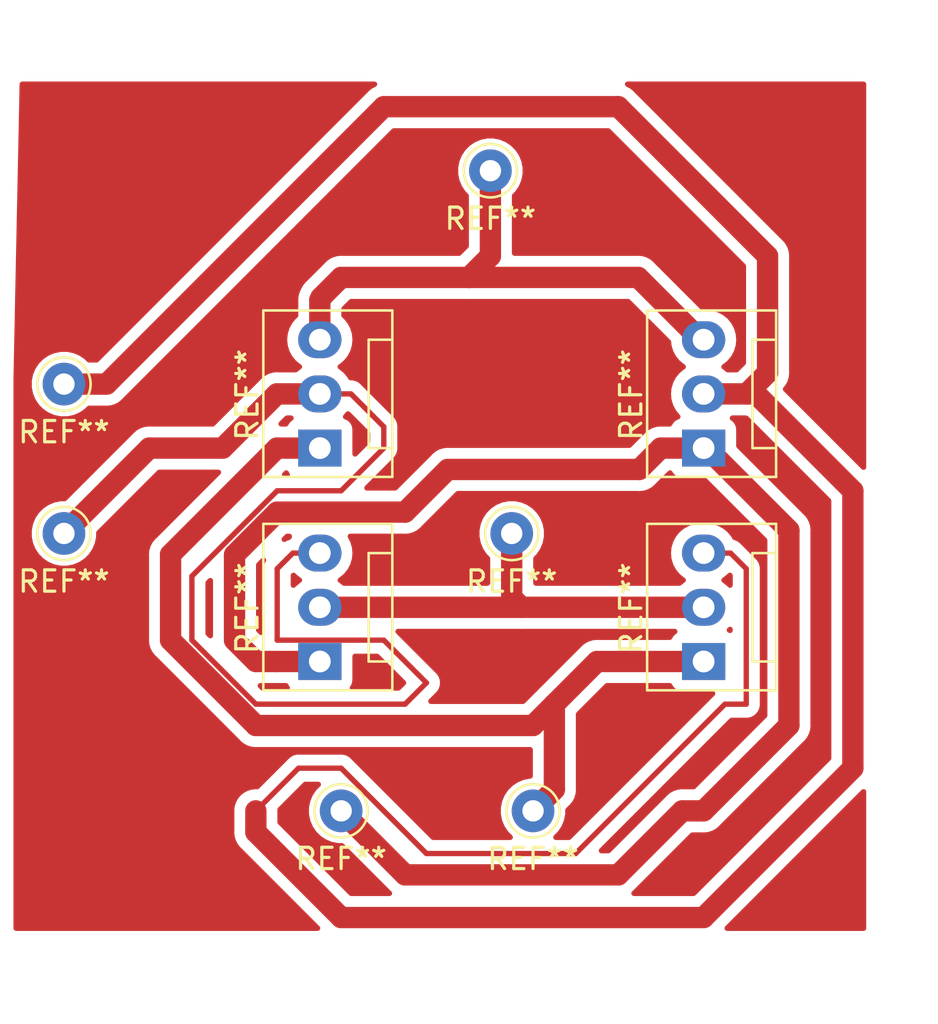
<source format=kicad_pcb>
(kicad_pcb (version 20171130) (host pcbnew "(5.1.4)-1")

  (general
    (thickness 1.6)
    (drawings 0)
    (tracks 84)
    (zones 0)
    (modules 10)
    (nets 1)
  )

  (page A4)
  (layers
    (0 F.Cu signal)
    (31 B.Cu signal)
    (32 B.Adhes user)
    (33 F.Adhes user)
    (34 B.Paste user)
    (35 F.Paste user)
    (36 B.SilkS user)
    (37 F.SilkS user)
    (38 B.Mask user)
    (39 F.Mask user)
    (40 Dwgs.User user)
    (41 Cmts.User user)
    (42 Eco1.User user)
    (43 Eco2.User user)
    (44 Edge.Cuts user)
    (45 Margin user)
    (46 B.CrtYd user)
    (47 F.CrtYd user)
    (48 B.Fab user)
    (49 F.Fab user)
  )

  (setup
    (last_trace_width 1)
    (user_trace_width 1)
    (trace_clearance 0.2)
    (zone_clearance 0.508)
    (zone_45_only no)
    (trace_min 0.2)
    (via_size 0.8)
    (via_drill 0.4)
    (via_min_size 0.4)
    (via_min_drill 0.3)
    (uvia_size 0.3)
    (uvia_drill 0.1)
    (uvias_allowed no)
    (uvia_min_size 0.2)
    (uvia_min_drill 0.1)
    (edge_width 0.05)
    (segment_width 0.2)
    (pcb_text_width 0.3)
    (pcb_text_size 1.5 1.5)
    (mod_edge_width 0.12)
    (mod_text_size 1 1)
    (mod_text_width 0.15)
    (pad_size 1.524 1.524)
    (pad_drill 0.762)
    (pad_to_mask_clearance 0.051)
    (solder_mask_min_width 0.25)
    (aux_axis_origin 0 0)
    (visible_elements FFFFFF7F)
    (pcbplotparams
      (layerselection 0x010fc_ffffffff)
      (usegerberextensions false)
      (usegerberattributes false)
      (usegerberadvancedattributes false)
      (creategerberjobfile false)
      (excludeedgelayer true)
      (linewidth 0.100000)
      (plotframeref false)
      (viasonmask false)
      (mode 1)
      (useauxorigin false)
      (hpglpennumber 1)
      (hpglpenspeed 20)
      (hpglpendiameter 15.000000)
      (psnegative false)
      (psa4output false)
      (plotreference true)
      (plotvalue true)
      (plotinvisibletext false)
      (padsonsilk false)
      (subtractmaskfromsilk false)
      (outputformat 1)
      (mirror false)
      (drillshape 1)
      (scaleselection 1)
      (outputdirectory ""))
  )

  (net 0 "")

  (net_class Default "Esta es la clase de red por defecto."
    (clearance 0.2)
    (trace_width 0.25)
    (via_dia 0.8)
    (via_drill 0.4)
    (uvia_dia 0.3)
    (uvia_drill 0.1)
  )

  (module Connector:FanPinHeader_1x03_P2.54mm_Vertical (layer F.Cu) (tedit 5A19DCDF) (tstamp 5DC0DB94)
    (at 159 96 90)
    (descr "3-pin CPU fan Through hole pin header, see http://www.formfactors.org/developer%5Cspecs%5Crev1_2_public.pdf")
    (tags "pin header 3-pin CPU fan")
    (fp_text reference REF** (at 2.5 -3.4 90) (layer F.SilkS)
      (effects (font (size 1 1) (thickness 0.15)))
    )
    (fp_text value FanPinHeader_1x03_P2.54mm_Vertical (at 2.55 4.5 90) (layer F.Fab)
      (effects (font (size 1 1) (thickness 0.15)))
    )
    (fp_line (start 6.85 -3.05) (end 6.85 3.8) (layer F.CrtYd) (width 0.05))
    (fp_line (start 6.85 -3.05) (end -1.75 -3.05) (layer F.CrtYd) (width 0.05))
    (fp_line (start -1.75 3.8) (end 6.85 3.8) (layer F.CrtYd) (width 0.05))
    (fp_line (start -1.75 3.8) (end -1.75 -3.05) (layer F.CrtYd) (width 0.05))
    (fp_line (start 5.08 2.29) (end 5.08 3.3) (layer F.SilkS) (width 0.12))
    (fp_line (start 0 2.29) (end 5.08 2.29) (layer F.SilkS) (width 0.12))
    (fp_line (start 0 3.3) (end 0 2.29) (layer F.SilkS) (width 0.12))
    (fp_line (start 6.35 3.3) (end -1.25 3.3) (layer F.Fab) (width 0.1))
    (fp_line (start 6.35 -2.55) (end 6.35 3.3) (layer F.Fab) (width 0.1))
    (fp_line (start -1.25 -2.55) (end 6.35 -2.55) (layer F.Fab) (width 0.1))
    (fp_line (start -1.25 3.3) (end -1.25 -2.55) (layer F.Fab) (width 0.1))
    (fp_line (start 0 2.3) (end 0 3.3) (layer F.Fab) (width 0.1))
    (fp_line (start 5.05 2.3) (end 0 2.3) (layer F.Fab) (width 0.1))
    (fp_line (start 5.05 3.3) (end 5.05 2.3) (layer F.Fab) (width 0.1))
    (fp_line (start 6.45 3.4) (end -1.35 3.4) (layer F.SilkS) (width 0.12))
    (fp_line (start 6.45 -2.65) (end 6.45 3.4) (layer F.SilkS) (width 0.12))
    (fp_line (start -1.35 -2.65) (end 6.45 -2.65) (layer F.SilkS) (width 0.12))
    (fp_line (start -1.35 3.4) (end -1.35 -2.65) (layer F.SilkS) (width 0.12))
    (fp_text user %R (at 2.45 1.8 90) (layer F.Fab)
      (effects (font (size 1 1) (thickness 0.15)))
    )
    (pad 3 thru_hole oval (at 5.08 0 180) (size 2.03 1.73) (drill 1.02) (layers *.Cu *.Mask))
    (pad 2 thru_hole oval (at 2.54 0 180) (size 2.03 1.73) (drill 1.02) (layers *.Cu *.Mask))
    (pad 1 thru_hole rect (at 0 0 180) (size 2.03 1.73) (drill 1.02) (layers *.Cu *.Mask))
    (model ${KISYS3DMOD}/Connector.3dshapes/FanPinHeader_1x03_P2.54mm_Vertical.wrl
      (at (xyz 0 0 0))
      (scale (xyz 1 1 1))
      (rotate (xyz 0 0 0))
    )
  )

  (module Connector:FanPinHeader_1x03_P2.54mm_Vertical (layer F.Cu) (tedit 5A19DCDF) (tstamp 5DC0DB2F)
    (at 141 96 90)
    (descr "3-pin CPU fan Through hole pin header, see http://www.formfactors.org/developer%5Cspecs%5Crev1_2_public.pdf")
    (tags "pin header 3-pin CPU fan")
    (fp_text reference REF** (at 2.5 -3.4 90) (layer F.SilkS)
      (effects (font (size 1 1) (thickness 0.15)))
    )
    (fp_text value FanPinHeader_1x03_P2.54mm_Vertical (at 2.55 4.5 90) (layer F.Fab)
      (effects (font (size 1 1) (thickness 0.15)))
    )
    (fp_line (start 6.85 -3.05) (end 6.85 3.8) (layer F.CrtYd) (width 0.05))
    (fp_line (start 6.85 -3.05) (end -1.75 -3.05) (layer F.CrtYd) (width 0.05))
    (fp_line (start -1.75 3.8) (end 6.85 3.8) (layer F.CrtYd) (width 0.05))
    (fp_line (start -1.75 3.8) (end -1.75 -3.05) (layer F.CrtYd) (width 0.05))
    (fp_line (start 5.08 2.29) (end 5.08 3.3) (layer F.SilkS) (width 0.12))
    (fp_line (start 0 2.29) (end 5.08 2.29) (layer F.SilkS) (width 0.12))
    (fp_line (start 0 3.3) (end 0 2.29) (layer F.SilkS) (width 0.12))
    (fp_line (start 6.35 3.3) (end -1.25 3.3) (layer F.Fab) (width 0.1))
    (fp_line (start 6.35 -2.55) (end 6.35 3.3) (layer F.Fab) (width 0.1))
    (fp_line (start -1.25 -2.55) (end 6.35 -2.55) (layer F.Fab) (width 0.1))
    (fp_line (start -1.25 3.3) (end -1.25 -2.55) (layer F.Fab) (width 0.1))
    (fp_line (start 0 2.3) (end 0 3.3) (layer F.Fab) (width 0.1))
    (fp_line (start 5.05 2.3) (end 0 2.3) (layer F.Fab) (width 0.1))
    (fp_line (start 5.05 3.3) (end 5.05 2.3) (layer F.Fab) (width 0.1))
    (fp_line (start 6.45 3.4) (end -1.35 3.4) (layer F.SilkS) (width 0.12))
    (fp_line (start 6.45 -2.65) (end 6.45 3.4) (layer F.SilkS) (width 0.12))
    (fp_line (start -1.35 -2.65) (end 6.45 -2.65) (layer F.SilkS) (width 0.12))
    (fp_line (start -1.35 3.4) (end -1.35 -2.65) (layer F.SilkS) (width 0.12))
    (fp_text user %R (at 2.45 1.8 90) (layer F.Fab)
      (effects (font (size 1 1) (thickness 0.15)))
    )
    (pad 3 thru_hole oval (at 5.08 0 180) (size 2.03 1.73) (drill 1.02) (layers *.Cu *.Mask))
    (pad 2 thru_hole oval (at 2.54 0 180) (size 2.03 1.73) (drill 1.02) (layers *.Cu *.Mask))
    (pad 1 thru_hole rect (at 0 0 180) (size 2.03 1.73) (drill 1.02) (layers *.Cu *.Mask))
    (model ${KISYS3DMOD}/Connector.3dshapes/FanPinHeader_1x03_P2.54mm_Vertical.wrl
      (at (xyz 0 0 0))
      (scale (xyz 1 1 1))
      (rotate (xyz 0 0 0))
    )
  )

  (module Connector:FanPinHeader_1x03_P2.54mm_Vertical (layer F.Cu) (tedit 5A19DCDF) (tstamp 5DC0DACA)
    (at 159 86 90)
    (descr "3-pin CPU fan Through hole pin header, see http://www.formfactors.org/developer%5Cspecs%5Crev1_2_public.pdf")
    (tags "pin header 3-pin CPU fan")
    (fp_text reference REF** (at 2.5 -3.4 90) (layer F.SilkS)
      (effects (font (size 1 1) (thickness 0.15)))
    )
    (fp_text value FanPinHeader_1x03_P2.54mm_Vertical (at 2.55 4.5 90) (layer F.Fab)
      (effects (font (size 1 1) (thickness 0.15)))
    )
    (fp_line (start 6.85 -3.05) (end 6.85 3.8) (layer F.CrtYd) (width 0.05))
    (fp_line (start 6.85 -3.05) (end -1.75 -3.05) (layer F.CrtYd) (width 0.05))
    (fp_line (start -1.75 3.8) (end 6.85 3.8) (layer F.CrtYd) (width 0.05))
    (fp_line (start -1.75 3.8) (end -1.75 -3.05) (layer F.CrtYd) (width 0.05))
    (fp_line (start 5.08 2.29) (end 5.08 3.3) (layer F.SilkS) (width 0.12))
    (fp_line (start 0 2.29) (end 5.08 2.29) (layer F.SilkS) (width 0.12))
    (fp_line (start 0 3.3) (end 0 2.29) (layer F.SilkS) (width 0.12))
    (fp_line (start 6.35 3.3) (end -1.25 3.3) (layer F.Fab) (width 0.1))
    (fp_line (start 6.35 -2.55) (end 6.35 3.3) (layer F.Fab) (width 0.1))
    (fp_line (start -1.25 -2.55) (end 6.35 -2.55) (layer F.Fab) (width 0.1))
    (fp_line (start -1.25 3.3) (end -1.25 -2.55) (layer F.Fab) (width 0.1))
    (fp_line (start 0 2.3) (end 0 3.3) (layer F.Fab) (width 0.1))
    (fp_line (start 5.05 2.3) (end 0 2.3) (layer F.Fab) (width 0.1))
    (fp_line (start 5.05 3.3) (end 5.05 2.3) (layer F.Fab) (width 0.1))
    (fp_line (start 6.45 3.4) (end -1.35 3.4) (layer F.SilkS) (width 0.12))
    (fp_line (start 6.45 -2.65) (end 6.45 3.4) (layer F.SilkS) (width 0.12))
    (fp_line (start -1.35 -2.65) (end 6.45 -2.65) (layer F.SilkS) (width 0.12))
    (fp_line (start -1.35 3.4) (end -1.35 -2.65) (layer F.SilkS) (width 0.12))
    (fp_text user %R (at 2.45 1.8 90) (layer F.Fab)
      (effects (font (size 1 1) (thickness 0.15)))
    )
    (pad 3 thru_hole oval (at 5.08 0 180) (size 2.03 1.73) (drill 1.02) (layers *.Cu *.Mask))
    (pad 2 thru_hole oval (at 2.54 0 180) (size 2.03 1.73) (drill 1.02) (layers *.Cu *.Mask))
    (pad 1 thru_hole rect (at 0 0 180) (size 2.03 1.73) (drill 1.02) (layers *.Cu *.Mask))
    (model ${KISYS3DMOD}/Connector.3dshapes/FanPinHeader_1x03_P2.54mm_Vertical.wrl
      (at (xyz 0 0 0))
      (scale (xyz 1 1 1))
      (rotate (xyz 0 0 0))
    )
  )

  (module Connector:FanPinHeader_1x03_P2.54mm_Vertical (layer F.Cu) (tedit 5A19DCDF) (tstamp 5DC0DA65)
    (at 141 86 90)
    (descr "3-pin CPU fan Through hole pin header, see http://www.formfactors.org/developer%5Cspecs%5Crev1_2_public.pdf")
    (tags "pin header 3-pin CPU fan")
    (fp_text reference REF** (at 2.5 -3.4 90) (layer F.SilkS)
      (effects (font (size 1 1) (thickness 0.15)))
    )
    (fp_text value FanPinHeader_1x03_P2.54mm_Vertical (at 2.55 4.5 90) (layer F.Fab)
      (effects (font (size 1 1) (thickness 0.15)))
    )
    (fp_line (start 6.85 -3.05) (end 6.85 3.8) (layer F.CrtYd) (width 0.05))
    (fp_line (start 6.85 -3.05) (end -1.75 -3.05) (layer F.CrtYd) (width 0.05))
    (fp_line (start -1.75 3.8) (end 6.85 3.8) (layer F.CrtYd) (width 0.05))
    (fp_line (start -1.75 3.8) (end -1.75 -3.05) (layer F.CrtYd) (width 0.05))
    (fp_line (start 5.08 2.29) (end 5.08 3.3) (layer F.SilkS) (width 0.12))
    (fp_line (start 0 2.29) (end 5.08 2.29) (layer F.SilkS) (width 0.12))
    (fp_line (start 0 3.3) (end 0 2.29) (layer F.SilkS) (width 0.12))
    (fp_line (start 6.35 3.3) (end -1.25 3.3) (layer F.Fab) (width 0.1))
    (fp_line (start 6.35 -2.55) (end 6.35 3.3) (layer F.Fab) (width 0.1))
    (fp_line (start -1.25 -2.55) (end 6.35 -2.55) (layer F.Fab) (width 0.1))
    (fp_line (start -1.25 3.3) (end -1.25 -2.55) (layer F.Fab) (width 0.1))
    (fp_line (start 0 2.3) (end 0 3.3) (layer F.Fab) (width 0.1))
    (fp_line (start 5.05 2.3) (end 0 2.3) (layer F.Fab) (width 0.1))
    (fp_line (start 5.05 3.3) (end 5.05 2.3) (layer F.Fab) (width 0.1))
    (fp_line (start 6.45 3.4) (end -1.35 3.4) (layer F.SilkS) (width 0.12))
    (fp_line (start 6.45 -2.65) (end 6.45 3.4) (layer F.SilkS) (width 0.12))
    (fp_line (start -1.35 -2.65) (end 6.45 -2.65) (layer F.SilkS) (width 0.12))
    (fp_line (start -1.35 3.4) (end -1.35 -2.65) (layer F.SilkS) (width 0.12))
    (fp_text user %R (at 2.45 1.8 90) (layer F.Fab)
      (effects (font (size 1 1) (thickness 0.15)))
    )
    (pad 3 thru_hole oval (at 5.08 0 180) (size 2.03 1.73) (drill 1.02) (layers *.Cu *.Mask))
    (pad 2 thru_hole oval (at 2.54 0 180) (size 2.03 1.73) (drill 1.02) (layers *.Cu *.Mask))
    (pad 1 thru_hole rect (at 0 0 180) (size 2.03 1.73) (drill 1.02) (layers *.Cu *.Mask))
    (model ${KISYS3DMOD}/Connector.3dshapes/FanPinHeader_1x03_P2.54mm_Vertical.wrl
      (at (xyz 0 0 0))
      (scale (xyz 1 1 1))
      (rotate (xyz 0 0 0))
    )
  )

  (module Connector_Pin:Pin_D1.0mm_L10.0mm (layer F.Cu) (tedit 5A1DC084) (tstamp 5DC02E4E)
    (at 151 103)
    (descr "solder Pin_ diameter 1.0mm, hole diameter 1.0mm (press fit), length 10.0mm")
    (tags "solder Pin_ press fit")
    (fp_text reference REF** (at 0 2.25) (layer F.SilkS)
      (effects (font (size 1 1) (thickness 0.15)))
    )
    (fp_text value relevador (at 0 -2.05) (layer F.Fab)
      (effects (font (size 1 1) (thickness 0.15)))
    )
    (fp_circle (center 0 0) (end 1.25 0.05) (layer F.SilkS) (width 0.12))
    (fp_circle (center 0 0) (end 1 0) (layer F.Fab) (width 0.12))
    (fp_circle (center 0 0) (end 0.5 0) (layer F.Fab) (width 0.12))
    (fp_circle (center 0 0) (end 1.5 0) (layer F.CrtYd) (width 0.05))
    (fp_text user %R (at 0 2.25) (layer F.Fab)
      (effects (font (size 1 1) (thickness 0.15)))
    )
    (pad 1 thru_hole circle (at 0 0) (size 2 2) (drill 1) (layers *.Cu *.Mask))
    (model ${KISYS3DMOD}/Connector_Pin.3dshapes/Pin_D1.0mm_L10.0mm.wrl
      (at (xyz 0 0 0))
      (scale (xyz 1 1 1))
      (rotate (xyz 0 0 0))
    )
  )

  (module Connector_Pin:Pin_D1.0mm_L10.0mm (layer F.Cu) (tedit 5A1DC084) (tstamp 5DC02E29)
    (at 142 103)
    (descr "solder Pin_ diameter 1.0mm, hole diameter 1.0mm (press fit), length 10.0mm")
    (tags "solder Pin_ press fit")
    (fp_text reference REF** (at 0 2.25) (layer F.SilkS)
      (effects (font (size 1 1) (thickness 0.15)))
    )
    (fp_text value relevador (at 0 -2.05) (layer F.Fab)
      (effects (font (size 1 1) (thickness 0.15)))
    )
    (fp_circle (center 0 0) (end 1.25 0.05) (layer F.SilkS) (width 0.12))
    (fp_circle (center 0 0) (end 1 0) (layer F.Fab) (width 0.12))
    (fp_circle (center 0 0) (end 0.5 0) (layer F.Fab) (width 0.12))
    (fp_circle (center 0 0) (end 1.5 0) (layer F.CrtYd) (width 0.05))
    (fp_text user %R (at 0 2.25) (layer F.Fab)
      (effects (font (size 1 1) (thickness 0.15)))
    )
    (pad 1 thru_hole circle (at 0 0) (size 2 2) (drill 1) (layers *.Cu *.Mask))
    (model ${KISYS3DMOD}/Connector_Pin.3dshapes/Pin_D1.0mm_L10.0mm.wrl
      (at (xyz 0 0 0))
      (scale (xyz 1 1 1))
      (rotate (xyz 0 0 0))
    )
  )

  (module Connector_Pin:Pin_D1.0mm_L10.0mm (layer F.Cu) (tedit 5A1DC084) (tstamp 5DC02E04)
    (at 149 73)
    (descr "solder Pin_ diameter 1.0mm, hole diameter 1.0mm (press fit), length 10.0mm")
    (tags "solder Pin_ press fit")
    (fp_text reference REF** (at 0 2.25) (layer F.SilkS)
      (effects (font (size 1 1) (thickness 0.15)))
    )
    (fp_text value "positivo fuente" (at 0 -2.05) (layer F.Fab)
      (effects (font (size 1 1) (thickness 0.15)))
    )
    (fp_circle (center 0 0) (end 1.25 0.05) (layer F.SilkS) (width 0.12))
    (fp_circle (center 0 0) (end 1 0) (layer F.Fab) (width 0.12))
    (fp_circle (center 0 0) (end 0.5 0) (layer F.Fab) (width 0.12))
    (fp_circle (center 0 0) (end 1.5 0) (layer F.CrtYd) (width 0.05))
    (fp_text user %R (at 0 2.25) (layer F.Fab)
      (effects (font (size 1 1) (thickness 0.15)))
    )
    (pad 1 thru_hole circle (at 0 0) (size 2 2) (drill 1) (layers *.Cu *.Mask))
    (model ${KISYS3DMOD}/Connector_Pin.3dshapes/Pin_D1.0mm_L10.0mm.wrl
      (at (xyz 0 0 0))
      (scale (xyz 1 1 1))
      (rotate (xyz 0 0 0))
    )
  )

  (module Connector_Pin:Pin_D1.0mm_L10.0mm (layer F.Cu) (tedit 5A1DC084) (tstamp 5DC02DDF)
    (at 150 90)
    (descr "solder Pin_ diameter 1.0mm, hole diameter 1.0mm (press fit), length 10.0mm")
    (tags "solder Pin_ press fit")
    (fp_text reference REF** (at 0 2.25) (layer F.SilkS)
      (effects (font (size 1 1) (thickness 0.15)))
    )
    (fp_text value "negativo fuente" (at 0 -2.05) (layer F.Fab)
      (effects (font (size 1 1) (thickness 0.15)))
    )
    (fp_circle (center 0 0) (end 1.25 0.05) (layer F.SilkS) (width 0.12))
    (fp_circle (center 0 0) (end 1 0) (layer F.Fab) (width 0.12))
    (fp_circle (center 0 0) (end 0.5 0) (layer F.Fab) (width 0.12))
    (fp_circle (center 0 0) (end 1.5 0) (layer F.CrtYd) (width 0.05))
    (fp_text user %R (at 0 2.25) (layer F.Fab)
      (effects (font (size 1 1) (thickness 0.15)))
    )
    (pad 1 thru_hole circle (at 0 0) (size 2 2) (drill 1) (layers *.Cu *.Mask))
    (model ${KISYS3DMOD}/Connector_Pin.3dshapes/Pin_D1.0mm_L10.0mm.wrl
      (at (xyz 0 0 0))
      (scale (xyz 1 1 1))
      (rotate (xyz 0 0 0))
    )
  )

  (module Connector_Pin:Pin_D1.0mm_L10.0mm (layer F.Cu) (tedit 5A1DC084) (tstamp 5DC02C34)
    (at 129 90)
    (descr "solder Pin_ diameter 1.0mm, hole diameter 1.0mm (press fit), length 10.0mm")
    (tags "solder Pin_ press fit")
    (fp_text reference REF** (at 0 2.25) (layer F.SilkS)
      (effects (font (size 1 1) (thickness 0.15)))
    )
    (fp_text value motor (at 0 -2.05) (layer F.Fab)
      (effects (font (size 1 1) (thickness 0.15)))
    )
    (fp_circle (center 0 0) (end 1.25 0.05) (layer F.SilkS) (width 0.12))
    (fp_circle (center 0 0) (end 1 0) (layer F.Fab) (width 0.12))
    (fp_circle (center 0 0) (end 0.5 0) (layer F.Fab) (width 0.12))
    (fp_circle (center 0 0) (end 1.5 0) (layer F.CrtYd) (width 0.05))
    (fp_text user %R (at 0 2.25) (layer F.Fab)
      (effects (font (size 1 1) (thickness 0.15)))
    )
    (pad 1 thru_hole circle (at 0 0) (size 2 2) (drill 1) (layers *.Cu *.Mask))
    (model ${KISYS3DMOD}/Connector_Pin.3dshapes/Pin_D1.0mm_L10.0mm.wrl
      (at (xyz 0 0 0))
      (scale (xyz 1 1 1))
      (rotate (xyz 0 0 0))
    )
  )

  (module Connector_Pin:Pin_D1.0mm_L10.0mm (layer F.Cu) (tedit 5A1DC084) (tstamp 5DC02C0F)
    (at 129 83)
    (descr "solder Pin_ diameter 1.0mm, hole diameter 1.0mm (press fit), length 10.0mm")
    (tags "solder Pin_ press fit")
    (fp_text reference REF** (at 0 2.25) (layer F.SilkS)
      (effects (font (size 1 1) (thickness 0.15)))
    )
    (fp_text value motor (at 0 -2.05) (layer F.Fab)
      (effects (font (size 1 1) (thickness 0.15)))
    )
    (fp_circle (center 0 0) (end 1.25 0.05) (layer F.SilkS) (width 0.12))
    (fp_circle (center 0 0) (end 1 0) (layer F.Fab) (width 0.12))
    (fp_circle (center 0 0) (end 0.5 0) (layer F.Fab) (width 0.12))
    (fp_circle (center 0 0) (end 1.5 0) (layer F.CrtYd) (width 0.05))
    (fp_text user %R (at 0 2.25) (layer F.Fab)
      (effects (font (size 1 1) (thickness 0.15)))
    )
    (pad 1 thru_hole circle (at 0 0) (size 2 2) (drill 1) (layers *.Cu *.Mask))
    (model ${KISYS3DMOD}/Connector_Pin.3dshapes/Pin_D1.0mm_L10.0mm.wrl
      (at (xyz 0 0 0))
      (scale (xyz 1 1 1))
      (rotate (xyz 0 0 0))
    )
  )

  (segment (start 141 80.92) (end 141 79.055) (width 1) (layer F.Cu) (net 0))
  (segment (start 141 79.055) (end 141.055 79) (width 1) (layer F.Cu) (net 0))
  (segment (start 141.055 79) (end 141.055 78.945) (width 1) (layer F.Cu) (net 0))
  (segment (start 158.85 80.92) (end 159 80.92) (width 1) (layer F.Cu) (net 0))
  (segment (start 141.055 78.945) (end 142 78) (width 1) (layer F.Cu) (net 0))
  (segment (start 155.93 78) (end 158.85 80.92) (width 1) (layer F.Cu) (net 0))
  (segment (start 138.985 86) (end 134 90.985) (width 1) (layer F.Cu) (net 0))
  (segment (start 141 86) (end 138.985 86) (width 1) (layer F.Cu) (net 0))
  (segment (start 134 90.985) (end 134 95) (width 1) (layer F.Cu) (net 0))
  (segment (start 134 95) (end 138 99) (width 1) (layer F.Cu) (net 0))
  (segment (start 138 99) (end 151 99) (width 1) (layer F.Cu) (net 0))
  (segment (start 154 96) (end 159 96) (width 1) (layer F.Cu) (net 0))
  (segment (start 149 77) (end 148 78) (width 1) (layer F.Cu) (net 0))
  (segment (start 149 73) (end 149 77) (width 1) (layer F.Cu) (net 0))
  (segment (start 142 78) (end 148 78) (width 1) (layer F.Cu) (net 0))
  (segment (start 148 78) (end 155.93 78) (width 1) (layer F.Cu) (net 0))
  (segment (start 150 90) (end 150 93) (width 1) (layer F.Cu) (net 0))
  (segment (start 150 93) (end 150.46 93.46) (width 1) (layer F.Cu) (net 0))
  (segment (start 141 93.46) (end 150.46 93.46) (width 1) (layer F.Cu) (net 0))
  (segment (start 150.46 93.46) (end 159 93.46) (width 1) (layer F.Cu) (net 0))
  (segment (start 151.999999 102.000001) (end 151 103) (width 1) (layer F.Cu) (net 0))
  (segment (start 152 98) (end 151.999999 102.000001) (width 1) (layer F.Cu) (net 0))
  (segment (start 152 98) (end 154 96) (width 1) (layer F.Cu) (net 0))
  (segment (start 151 99) (end 152 98) (width 1) (layer F.Cu) (net 0))
  (segment (start 138.985 96) (end 141 96) (width 1) (layer F.Cu) (net 0))
  (segment (start 138 96) (end 138.985 96) (width 1) (layer F.Cu) (net 0))
  (segment (start 137 95) (end 138 96) (width 1) (layer F.Cu) (net 0))
  (segment (start 137 91) (end 137 95) (width 1) (layer F.Cu) (net 0))
  (segment (start 156.985 86) (end 155.985 87) (width 1) (layer F.Cu) (net 0))
  (segment (start 159 86) (end 156.985 86) (width 1) (layer F.Cu) (net 0))
  (segment (start 155.985 87) (end 147 87) (width 1) (layer F.Cu) (net 0))
  (segment (start 147 87) (end 145 89) (width 1) (layer F.Cu) (net 0))
  (segment (start 145 89) (end 139 89) (width 1) (layer F.Cu) (net 0))
  (segment (start 139 89) (end 137 91) (width 1) (layer F.Cu) (net 0))
  (segment (start 159.15 86) (end 163 89.85) (width 1) (layer F.Cu) (net 0))
  (segment (start 159 86) (end 159.15 86) (width 1) (layer F.Cu) (net 0))
  (segment (start 163 89.85) (end 163 99) (width 1) (layer F.Cu) (net 0))
  (segment (start 163 99) (end 159 103) (width 1) (layer F.Cu) (net 0))
  (segment (start 159 103) (end 158 103) (width 1) (layer F.Cu) (net 0))
  (segment (start 158 103) (end 155 106) (width 1) (layer F.Cu) (net 0))
  (segment (start 145 106) (end 142 103) (width 1) (layer F.Cu) (net 0))
  (segment (start 155 106) (end 145 106) (width 1) (layer F.Cu) (net 0))
  (segment (start 138.985 83.46) (end 136.445 86) (width 1) (layer F.Cu) (net 0))
  (segment (start 141 83.46) (end 138.985 83.46) (width 1) (layer F.Cu) (net 0))
  (segment (start 133 86) (end 129 90) (width 1) (layer F.Cu) (net 0))
  (segment (start 136.445 86) (end 133 86) (width 1) (layer F.Cu) (net 0))
  (segment (start 131 83) (end 129 83) (width 1) (layer F.Cu) (net 0))
  (segment (start 161.015 83.46) (end 162 82.475) (width 1) (layer F.Cu) (net 0))
  (segment (start 159 83.46) (end 161.015 83.46) (width 1) (layer F.Cu) (net 0))
  (segment (start 162 82.475) (end 162 77) (width 1) (layer F.Cu) (net 0))
  (segment (start 162 77) (end 155 70) (width 1) (layer F.Cu) (net 0))
  (segment (start 155 70) (end 144 70) (width 1) (layer F.Cu) (net 0))
  (segment (start 144 70) (end 131 83) (width 1) (layer F.Cu) (net 0))
  (segment (start 142.46 83.46) (end 141 83.46) (width 0.25) (layer F.Cu) (net 0))
  (segment (start 144 85) (end 142.46 83.46) (width 0.25) (layer F.Cu) (net 0))
  (segment (start 139 88) (end 142 88) (width 0.25) (layer F.Cu) (net 0))
  (segment (start 135 92) (end 139 88) (width 0.25) (layer F.Cu) (net 0))
  (segment (start 135 95) (end 135 92) (width 0.25) (layer F.Cu) (net 0))
  (segment (start 138 98) (end 135 95) (width 0.25) (layer F.Cu) (net 0))
  (segment (start 145 98) (end 138 98) (width 0.25) (layer F.Cu) (net 0))
  (segment (start 144 86) (end 144 85) (width 0.25) (layer F.Cu) (net 0))
  (segment (start 141 90.92) (end 139.735 90.92) (width 0.25) (layer F.Cu) (net 0))
  (segment (start 139 91.655) (end 139 95) (width 0.25) (layer F.Cu) (net 0))
  (segment (start 139.735 90.92) (end 139 91.655) (width 0.25) (layer F.Cu) (net 0))
  (segment (start 139 95) (end 144 95) (width 0.25) (layer F.Cu) (net 0))
  (segment (start 144 95) (end 146 97) (width 0.25) (layer F.Cu) (net 0))
  (segment (start 142 88) (end 144 86) (width 0.25) (layer F.Cu) (net 0))
  (segment (start 146 97) (end 145 98) (width 0.25) (layer F.Cu) (net 0))
  (segment (start 160.265 90.92) (end 161 91.655) (width 0.25) (layer F.Cu) (net 0))
  (segment (start 159 90.92) (end 160.265 90.92) (width 0.25) (layer F.Cu) (net 0))
  (segment (start 161 91.655) (end 161 98) (width 0.25) (layer F.Cu) (net 0))
  (segment (start 161 98) (end 160 98) (width 0.25) (layer F.Cu) (net 0))
  (segment (start 160 98) (end 153 105) (width 0.25) (layer F.Cu) (net 0))
  (segment (start 153 105) (end 146 105) (width 0.25) (layer F.Cu) (net 0))
  (segment (start 146 105) (end 142 101) (width 0.25) (layer F.Cu) (net 0))
  (segment (start 142 101) (end 140 101) (width 0.25) (layer F.Cu) (net 0))
  (segment (start 140 101) (end 138 103) (width 0.25) (layer F.Cu) (net 0))
  (segment (start 138 103) (end 138 104) (width 1) (layer F.Cu) (net 0))
  (segment (start 138 104) (end 142 108) (width 1) (layer F.Cu) (net 0))
  (segment (start 142 108) (end 159 108) (width 1) (layer F.Cu) (net 0))
  (segment (start 159 108) (end 166 101) (width 1) (layer F.Cu) (net 0))
  (segment (start 166 101) (end 166 88) (width 1) (layer F.Cu) (net 0))
  (segment (start 161.46 83.46) (end 161.015 83.46) (width 1) (layer F.Cu) (net 0))
  (segment (start 166 88) (end 161.46 83.46) (width 1) (layer F.Cu) (net 0))

  (zone (net 0) (net_name "") (layer F.Cu) (tstamp 0) (hatch edge 0.508)
    (connect_pads (clearance 0.508))
    (min_thickness 0.254)
    (fill yes (arc_segments 32) (thermal_gap 0.508) (thermal_bridge_width 0.508))
    (polygon
      (pts
        (xy 127 65) (xy 170 65) (xy 169 113) (xy 126 113)
      )
    )
    (filled_polygon
      (pts
        (xy 127.044809 68.946428) (xy 143.563358 68.946428) (xy 143.366377 69.051716) (xy 143.193551 69.193551) (xy 143.158009 69.236859)
        (xy 130.529869 81.865) (xy 130.177239 81.865) (xy 130.042252 81.730013) (xy 129.774463 81.551082) (xy 129.476912 81.427832)
        (xy 129.161033 81.365) (xy 128.838967 81.365) (xy 128.523088 81.427832) (xy 128.225537 81.551082) (xy 127.957748 81.730013)
        (xy 127.730013 81.957748) (xy 127.551082 82.225537) (xy 127.427832 82.523088) (xy 127.365 82.838967) (xy 127.365 83.161033)
        (xy 127.427832 83.476912) (xy 127.551082 83.774463) (xy 127.730013 84.042252) (xy 127.957748 84.269987) (xy 128.225537 84.448918)
        (xy 128.523088 84.572168) (xy 128.838967 84.635) (xy 129.161033 84.635) (xy 129.476912 84.572168) (xy 129.774463 84.448918)
        (xy 130.042252 84.269987) (xy 130.177239 84.135) (xy 130.944249 84.135) (xy 131 84.140491) (xy 131.055751 84.135)
        (xy 131.055752 84.135) (xy 131.222499 84.118577) (xy 131.436447 84.053676) (xy 131.633623 83.948284) (xy 131.806449 83.806449)
        (xy 131.841996 83.763135) (xy 144.470132 71.135) (xy 154.529869 71.135) (xy 160.865001 77.470133) (xy 160.865 82.004868)
        (xy 160.544869 82.325) (xy 160.131461 82.325) (xy 159.987387 82.206762) (xy 159.956028 82.19) (xy 159.987387 82.173238)
        (xy 160.215792 81.985792) (xy 160.403238 81.757387) (xy 160.542524 81.496802) (xy 160.628295 81.214051) (xy 160.657257 80.92)
        (xy 160.628295 80.625949) (xy 160.542524 80.343198) (xy 160.403238 80.082613) (xy 160.215792 79.854208) (xy 159.987387 79.666762)
        (xy 159.726802 79.527476) (xy 159.444051 79.441705) (xy 159.22368 79.42) (xy 158.955133 79.42) (xy 156.771996 77.236865)
        (xy 156.736449 77.193551) (xy 156.563623 77.051716) (xy 156.366447 76.946324) (xy 156.152499 76.881423) (xy 155.985752 76.865)
        (xy 155.985751 76.865) (xy 155.93 76.859509) (xy 155.874249 76.865) (xy 150.135 76.865) (xy 150.135 74.177239)
        (xy 150.269987 74.042252) (xy 150.448918 73.774463) (xy 150.572168 73.476912) (xy 150.635 73.161033) (xy 150.635 72.838967)
        (xy 150.572168 72.523088) (xy 150.448918 72.225537) (xy 150.269987 71.957748) (xy 150.042252 71.730013) (xy 149.774463 71.551082)
        (xy 149.476912 71.427832) (xy 149.161033 71.365) (xy 148.838967 71.365) (xy 148.523088 71.427832) (xy 148.225537 71.551082)
        (xy 147.957748 71.730013) (xy 147.730013 71.957748) (xy 147.551082 72.225537) (xy 147.427832 72.523088) (xy 147.365 72.838967)
        (xy 147.365 73.161033) (xy 147.427832 73.476912) (xy 147.551082 73.774463) (xy 147.730013 74.042252) (xy 147.865 74.177239)
        (xy 147.865001 76.529867) (xy 147.529868 76.865) (xy 142.055752 76.865) (xy 142 76.859509) (xy 141.944248 76.865)
        (xy 141.777501 76.881423) (xy 141.563553 76.946324) (xy 141.366377 77.051716) (xy 141.193551 77.193551) (xy 141.158011 77.236857)
        (xy 140.291863 78.103006) (xy 140.248551 78.138551) (xy 140.106716 78.311377) (xy 140.001324 78.508553) (xy 139.996341 78.524978)
        (xy 139.946324 78.618554) (xy 139.881423 78.832502) (xy 139.859509 79.055) (xy 139.865001 79.110761) (xy 139.865001 79.787904)
        (xy 139.784208 79.854208) (xy 139.596762 80.082613) (xy 139.457476 80.343198) (xy 139.371705 80.625949) (xy 139.342743 80.92)
        (xy 139.371705 81.214051) (xy 139.457476 81.496802) (xy 139.596762 81.757387) (xy 139.784208 81.985792) (xy 140.012613 82.173238)
        (xy 140.043972 82.19) (xy 140.012613 82.206762) (xy 139.868539 82.325) (xy 139.040741 82.325) (xy 138.984999 82.31951)
        (xy 138.929257 82.325) (xy 138.929248 82.325) (xy 138.762501 82.341423) (xy 138.548553 82.406324) (xy 138.351377 82.511716)
        (xy 138.178551 82.653551) (xy 138.143011 82.696857) (xy 135.974869 84.865) (xy 133.055741 84.865) (xy 132.999999 84.85951)
        (xy 132.944257 84.865) (xy 132.944248 84.865) (xy 132.777501 84.881423) (xy 132.563553 84.946324) (xy 132.366377 85.051716)
        (xy 132.193551 85.193551) (xy 132.158011 85.236857) (xy 129.029869 88.365) (xy 128.838967 88.365) (xy 128.523088 88.427832)
        (xy 128.225537 88.551082) (xy 127.957748 88.730013) (xy 127.730013 88.957748) (xy 127.551082 89.225537) (xy 127.427832 89.523088)
        (xy 127.365 89.838967) (xy 127.365 90.161033) (xy 127.427832 90.476912) (xy 127.551082 90.774463) (xy 127.730013 91.042252)
        (xy 127.957748 91.269987) (xy 128.225537 91.448918) (xy 128.523088 91.572168) (xy 128.838967 91.635) (xy 129.161033 91.635)
        (xy 129.476912 91.572168) (xy 129.774463 91.448918) (xy 130.042252 91.269987) (xy 130.269987 91.042252) (xy 130.448918 90.774463)
        (xy 130.572168 90.476912) (xy 130.635 90.161033) (xy 130.635 89.970131) (xy 133.470132 87.135) (xy 136.244868 87.135)
        (xy 133.236865 90.143004) (xy 133.193551 90.178551) (xy 133.051716 90.351377) (xy 132.974562 90.495724) (xy 132.946324 90.548554)
        (xy 132.881423 90.762502) (xy 132.859509 90.985) (xy 132.865 91.040752) (xy 132.865001 94.944239) (xy 132.859509 95)
        (xy 132.881423 95.222498) (xy 132.946324 95.436446) (xy 132.946325 95.436447) (xy 133.051717 95.633623) (xy 133.193552 95.806449)
        (xy 133.23686 95.841991) (xy 137.158009 99.763141) (xy 137.193551 99.806449) (xy 137.366377 99.948284) (xy 137.563553 100.053676)
        (xy 137.777501 100.118577) (xy 137.944248 100.135) (xy 137.944257 100.135) (xy 137.999999 100.14049) (xy 138.055741 100.135)
        (xy 150.865 100.135) (xy 150.864999 101.365) (xy 150.838967 101.365) (xy 150.523088 101.427832) (xy 150.225537 101.551082)
        (xy 149.957748 101.730013) (xy 149.730013 101.957748) (xy 149.551082 102.225537) (xy 149.427832 102.523088) (xy 149.365 102.838967)
        (xy 149.365 103.161033) (xy 149.427832 103.476912) (xy 149.551082 103.774463) (xy 149.730013 104.042252) (xy 149.927761 104.24)
        (xy 146.314802 104.24) (xy 142.563804 100.489003) (xy 142.540001 100.459999) (xy 142.424276 100.365026) (xy 142.292247 100.294454)
        (xy 142.148986 100.250997) (xy 142.037333 100.24) (xy 142.037322 100.24) (xy 142 100.236324) (xy 141.962678 100.24)
        (xy 140.037322 100.24) (xy 139.999999 100.236324) (xy 139.962676 100.24) (xy 139.962667 100.24) (xy 139.851014 100.250997)
        (xy 139.707753 100.294454) (xy 139.575723 100.365026) (xy 139.492083 100.433668) (xy 139.459999 100.459999) (xy 139.436201 100.488997)
        (xy 138.0598 101.865399) (xy 138 101.859509) (xy 137.777501 101.881423) (xy 137.563553 101.946324) (xy 137.366377 102.051716)
        (xy 137.193551 102.193551) (xy 137.051716 102.366377) (xy 136.946324 102.563554) (xy 136.881423 102.777502) (xy 136.865 102.944249)
        (xy 136.865 103.944249) (xy 136.859509 104) (xy 136.865 104.055751) (xy 136.865 104.055752) (xy 136.881423 104.222499)
        (xy 136.946324 104.436447) (xy 137.051717 104.633623) (xy 137.193552 104.806449) (xy 137.23686 104.841991) (xy 140.894869 108.500001)
        (xy 126.758334 108.500001) (xy 126.758334 82.697223)
      )
    )
    (filled_polygon
      (pts
        (xy 166.500001 108.500001) (xy 160.10513 108.500001) (xy 166.500001 102.105131)
      )
    )
    (filled_polygon
      (pts
        (xy 140.730013 101.957748) (xy 140.551082 102.225537) (xy 140.427832 102.523088) (xy 140.365 102.838967) (xy 140.365 103.161033)
        (xy 140.427832 103.476912) (xy 140.551082 103.774463) (xy 140.730013 104.042252) (xy 140.957748 104.269987) (xy 141.225537 104.448918)
        (xy 141.523088 104.572168) (xy 141.838967 104.635) (xy 142.029868 104.635) (xy 144.158013 106.763146) (xy 144.193551 106.806449)
        (xy 144.236854 106.841987) (xy 144.236856 106.841989) (xy 144.264895 106.865) (xy 142.470132 106.865) (xy 139.135 103.529869)
        (xy 139.135 102.944248) (xy 139.134601 102.9402) (xy 140.314802 101.76) (xy 140.927761 101.76)
      )
    )
    (filled_polygon
      (pts
        (xy 160.993214 84.598345) (xy 164.865001 88.470134) (xy 164.865 100.529868) (xy 158.529869 106.865) (xy 155.735105 106.865)
        (xy 155.806449 106.806449) (xy 155.841996 106.763135) (xy 158.470133 104.135) (xy 158.944249 104.135) (xy 159 104.140491)
        (xy 159.055751 104.135) (xy 159.055752 104.135) (xy 159.222499 104.118577) (xy 159.436447 104.053676) (xy 159.633623 103.948284)
        (xy 159.806449 103.806449) (xy 159.841996 103.763135) (xy 163.763141 99.841991) (xy 163.806449 99.806449) (xy 163.948284 99.633623)
        (xy 164.053676 99.436447) (xy 164.118577 99.222499) (xy 164.135 99.055752) (xy 164.135 99.055743) (xy 164.14049 99.000001)
        (xy 164.135 98.944259) (xy 164.135 89.905743) (xy 164.14049 89.849999) (xy 164.135 89.794255) (xy 164.135 89.794248)
        (xy 164.118577 89.627501) (xy 164.053676 89.413553) (xy 163.948284 89.216377) (xy 163.806449 89.043551) (xy 163.763141 89.008009)
        (xy 160.653072 85.897941) (xy 160.653072 85.135) (xy 160.640812 85.010518) (xy 160.604502 84.89082) (xy 160.545537 84.780506)
        (xy 160.466185 84.683815) (xy 160.369494 84.604463) (xy 160.35179 84.595) (xy 160.959249 84.595)
      )
    )
    (filled_polygon
      (pts
        (xy 157.454463 87.219494) (xy 157.533815 87.316185) (xy 157.630506 87.395537) (xy 157.74082 87.454502) (xy 157.860518 87.490812)
        (xy 157.985 87.503072) (xy 159.047941 87.503072) (xy 161.865 90.320132) (xy 161.865001 98.529867) (xy 158.529869 101.865)
        (xy 158.055752 101.865) (xy 158 101.859509) (xy 157.777501 101.881423) (xy 157.563553 101.946324) (xy 157.366377 102.051716)
        (xy 157.236856 102.158011) (xy 157.236855 102.158012) (xy 157.193551 102.193551) (xy 157.158013 102.236854) (xy 154.529869 104.865)
        (xy 154.209801 104.865) (xy 160.314802 98.76) (xy 160.962667 98.76) (xy 161 98.763677) (xy 161.148986 98.749003)
        (xy 161.292247 98.705546) (xy 161.424276 98.634974) (xy 161.540001 98.540001) (xy 161.634974 98.424276) (xy 161.705546 98.292247)
        (xy 161.749003 98.148986) (xy 161.76 98.037333) (xy 161.763677 98) (xy 161.76 97.962667) (xy 161.76 91.692323)
        (xy 161.763676 91.655) (xy 161.76 91.617677) (xy 161.76 91.617667) (xy 161.749003 91.506014) (xy 161.705546 91.362753)
        (xy 161.655961 91.269987) (xy 161.634974 91.230723) (xy 161.563799 91.143997) (xy 161.540001 91.114999) (xy 161.511004 91.091202)
        (xy 160.828803 90.409002) (xy 160.805001 90.379999) (xy 160.689276 90.285026) (xy 160.557247 90.214454) (xy 160.457543 90.18421)
        (xy 160.403238 90.082613) (xy 160.215792 89.854208) (xy 159.987387 89.666762) (xy 159.726802 89.527476) (xy 159.444051 89.441705)
        (xy 159.22368 89.42) (xy 158.77632 89.42) (xy 158.555949 89.441705) (xy 158.273198 89.527476) (xy 158.012613 89.666762)
        (xy 157.784208 89.854208) (xy 157.596762 90.082613) (xy 157.457476 90.343198) (xy 157.371705 90.625949) (xy 157.342743 90.92)
        (xy 157.371705 91.214051) (xy 157.457476 91.496802) (xy 157.596762 91.757387) (xy 157.784208 91.985792) (xy 158.012613 92.173238)
        (xy 158.043972 92.19) (xy 158.012613 92.206762) (xy 157.868539 92.325) (xy 151.135 92.325) (xy 151.135 91.177239)
        (xy 151.269987 91.042252) (xy 151.448918 90.774463) (xy 151.572168 90.476912) (xy 151.635 90.161033) (xy 151.635 89.838967)
        (xy 151.572168 89.523088) (xy 151.448918 89.225537) (xy 151.269987 88.957748) (xy 151.042252 88.730013) (xy 150.774463 88.551082)
        (xy 150.476912 88.427832) (xy 150.161033 88.365) (xy 149.838967 88.365) (xy 149.523088 88.427832) (xy 149.225537 88.551082)
        (xy 148.957748 88.730013) (xy 148.730013 88.957748) (xy 148.551082 89.225537) (xy 148.427832 89.523088) (xy 148.365 89.838967)
        (xy 148.365 90.161033) (xy 148.427832 90.476912) (xy 148.551082 90.774463) (xy 148.730013 91.042252) (xy 148.865 91.177239)
        (xy 148.865001 92.325) (xy 142.131461 92.325) (xy 141.987387 92.206762) (xy 141.956028 92.19) (xy 141.987387 92.173238)
        (xy 142.215792 91.985792) (xy 142.403238 91.757387) (xy 142.542524 91.496802) (xy 142.628295 91.214051) (xy 142.657257 90.92)
        (xy 142.628295 90.625949) (xy 142.542524 90.343198) (xy 142.43124 90.135) (xy 144.944249 90.135) (xy 145 90.140491)
        (xy 145.055751 90.135) (xy 145.055752 90.135) (xy 145.222499 90.118577) (xy 145.436447 90.053676) (xy 145.633623 89.948284)
        (xy 145.806449 89.806449) (xy 145.841996 89.763135) (xy 147.470132 88.135) (xy 155.929249 88.135) (xy 155.985 88.140491)
        (xy 156.040751 88.135) (xy 156.040752 88.135) (xy 156.207499 88.118577) (xy 156.421447 88.053676) (xy 156.618623 87.948284)
        (xy 156.791449 87.806449) (xy 156.826995 87.763136) (xy 157.425264 87.164868)
      )
    )
    (filled_polygon
      (pts
        (xy 157.454463 97.219494) (xy 157.533815 97.316185) (xy 157.630506 97.395537) (xy 157.74082 97.454502) (xy 157.860518 97.490812)
        (xy 157.985 97.503072) (xy 159.422126 97.503072) (xy 152.685199 104.24) (xy 152.072239 104.24) (xy 152.269987 104.042252)
        (xy 152.448918 103.774463) (xy 152.572168 103.476912) (xy 152.635 103.161033) (xy 152.635 102.970132) (xy 152.763144 102.841988)
        (xy 152.806447 102.80645) (xy 152.948282 102.633624) (xy 153.053674 102.436448) (xy 153.07493 102.366377) (xy 153.118576 102.222501)
        (xy 153.14049 102.000002) (xy 153.134998 101.944241) (xy 153.135 98.470131) (xy 154.470132 97.135) (xy 157.409299 97.135)
      )
    )
    (filled_polygon
      (pts
        (xy 150.459999 94.60049) (xy 150.515741 94.595) (xy 157.64821 94.595) (xy 157.630506 94.604463) (xy 157.533815 94.683815)
        (xy 157.454463 94.780506) (xy 157.409299 94.865) (xy 154.055751 94.865) (xy 153.999999 94.859509) (xy 153.7775 94.881423)
        (xy 153.727705 94.896529) (xy 153.563553 94.946324) (xy 153.366377 95.051716) (xy 153.193551 95.193551) (xy 153.158009 95.236859)
        (xy 151.236867 97.158002) (xy 151.236856 97.158011) (xy 151.236849 97.158018) (xy 151.193552 97.193551) (xy 151.158018 97.236849)
        (xy 150.529868 97.865) (xy 146.209802 97.865) (xy 146.511003 97.563799) (xy 146.540001 97.540001) (xy 146.634974 97.424276)
        (xy 146.705546 97.292247) (xy 146.749003 97.148986) (xy 146.763677 97) (xy 146.749003 96.851014) (xy 146.705546 96.707754)
        (xy 146.705546 96.707753) (xy 146.634974 96.575723) (xy 146.563799 96.488997) (xy 146.540001 96.459999) (xy 146.511003 96.436201)
        (xy 144.669801 94.595) (xy 150.404257 94.595)
      )
    )
    (filled_polygon
      (pts
        (xy 139.454463 97.219494) (xy 139.471292 97.24) (xy 138.314802 97.24) (xy 138.209802 97.135) (xy 139.409299 97.135)
      )
    )
    (filled_polygon
      (pts
        (xy 144.925198 97) (xy 144.685199 97.24) (xy 142.528708 97.24) (xy 142.545537 97.219494) (xy 142.604502 97.10918)
        (xy 142.640812 96.989482) (xy 142.653072 96.865) (xy 142.653072 95.76) (xy 143.685199 95.76)
      )
    )
    (filled_polygon
      (pts
        (xy 135.865001 94.7902) (xy 135.76 94.685199) (xy 135.76 92.314801) (xy 135.865 92.209801)
      )
    )
    (filled_polygon
      (pts
        (xy 138.304331 91.344276) (xy 138.294454 91.362754) (xy 138.250997 91.506015) (xy 138.24 91.617668) (xy 138.24 91.617678)
        (xy 138.236324 91.655) (xy 138.24 91.692323) (xy 138.240001 94.634869) (xy 138.135 94.529868) (xy 138.135 91.470131)
        (xy 138.354254 91.250878)
      )
    )
    (filled_polygon
      (pts
        (xy 160.24 94.53968) (xy 160.20997 94.53057) (xy 160.215792 94.525792) (xy 160.24 94.496294)
      )
    )
    (filled_polygon
      (pts
        (xy 139.784208 91.985792) (xy 140.012613 92.173238) (xy 140.043972 92.19) (xy 140.012613 92.206762) (xy 139.784208 92.394208)
        (xy 139.76 92.423706) (xy 139.76 91.969801) (xy 139.766088 91.963713)
      )
    )
    (filled_polygon
      (pts
        (xy 160.24 91.969802) (xy 160.24 92.423706) (xy 160.215792 92.394208) (xy 159.987387 92.206762) (xy 159.956028 92.19)
        (xy 159.987387 92.173238) (xy 160.215792 91.985792) (xy 160.233912 91.963713)
      )
    )
    (filled_polygon
      (pts
        (xy 139.542457 90.18421) (xy 139.442753 90.214454) (xy 139.33088 90.274252) (xy 139.470132 90.135) (xy 139.56876 90.135)
      )
    )
    (filled_polygon
      (pts
        (xy 148 79.140491) (xy 148.055751 79.135) (xy 155.459869 79.135) (xy 157.353436 81.028569) (xy 157.371705 81.214051)
        (xy 157.457476 81.496802) (xy 157.596762 81.757387) (xy 157.784208 81.985792) (xy 158.012613 82.173238) (xy 158.043972 82.19)
        (xy 158.012613 82.206762) (xy 157.784208 82.394208) (xy 157.596762 82.622613) (xy 157.457476 82.883198) (xy 157.371705 83.165949)
        (xy 157.342743 83.46) (xy 157.371705 83.754051) (xy 157.457476 84.036802) (xy 157.596762 84.297387) (xy 157.784208 84.525792)
        (xy 157.79003 84.53057) (xy 157.74082 84.545498) (xy 157.630506 84.604463) (xy 157.533815 84.683815) (xy 157.454463 84.780506)
        (xy 157.409299 84.865) (xy 157.040752 84.865) (xy 156.985 84.859509) (xy 156.762501 84.881423) (xy 156.548553 84.946324)
        (xy 156.351377 85.051716) (xy 156.221856 85.158011) (xy 156.221855 85.158012) (xy 156.178551 85.193551) (xy 156.143013 85.236855)
        (xy 155.514868 85.865) (xy 147.055751 85.865) (xy 146.999999 85.859509) (xy 146.7775 85.881423) (xy 146.727705 85.896529)
        (xy 146.563553 85.946324) (xy 146.366377 86.051716) (xy 146.193551 86.193551) (xy 146.158011 86.236857) (xy 144.529869 87.865)
        (xy 143.209801 87.865) (xy 144.511004 86.563798) (xy 144.540001 86.540001) (xy 144.624986 86.436447) (xy 144.634974 86.424277)
        (xy 144.705546 86.292247) (xy 144.726703 86.222499) (xy 144.749003 86.148986) (xy 144.76 86.037333) (xy 144.76 86.037324)
        (xy 144.763676 86.000001) (xy 144.76 85.962678) (xy 144.76 85.037323) (xy 144.763676 85) (xy 144.76 84.962677)
        (xy 144.76 84.962667) (xy 144.749003 84.851014) (xy 144.705546 84.707753) (xy 144.650336 84.604463) (xy 144.634974 84.575723)
        (xy 144.563799 84.488997) (xy 144.540001 84.459999) (xy 144.511003 84.436201) (xy 143.023804 82.949003) (xy 143.000001 82.919999)
        (xy 142.884276 82.825026) (xy 142.752247 82.754454) (xy 142.608986 82.710997) (xy 142.497333 82.7) (xy 142.497322 82.7)
        (xy 142.46 82.696324) (xy 142.443506 82.697949) (xy 142.403238 82.622613) (xy 142.215792 82.394208) (xy 141.987387 82.206762)
        (xy 141.956028 82.19) (xy 141.987387 82.173238) (xy 142.215792 81.985792) (xy 142.403238 81.757387) (xy 142.542524 81.496802)
        (xy 142.628295 81.214051) (xy 142.657257 80.92) (xy 142.628295 80.625949) (xy 142.542524 80.343198) (xy 142.403238 80.082613)
        (xy 142.215792 79.854208) (xy 142.135 79.787904) (xy 142.135 79.470131) (xy 142.470132 79.135) (xy 147.944249 79.135)
      )
    )
    (filled_polygon
      (pts
        (xy 139.454463 87.219494) (xy 139.471292 87.24) (xy 139.350133 87.24) (xy 139.425265 87.164868)
      )
    )
    (filled_polygon
      (pts
        (xy 166.500001 86.894868) (xy 162.842569 83.237437) (xy 162.948284 83.108623) (xy 163.053676 82.911447) (xy 163.118577 82.697499)
        (xy 163.135 82.530752) (xy 163.135 82.530743) (xy 163.14049 82.475001) (xy 163.135 82.419259) (xy 163.135 77.055751)
        (xy 163.140491 77) (xy 163.118577 76.777501) (xy 163.053676 76.563553) (xy 162.948284 76.366377) (xy 162.806449 76.193551)
        (xy 162.763141 76.158009) (xy 155.841996 69.236865) (xy 155.806449 69.193551) (xy 155.633623 69.051716) (xy 155.436642 68.946428)
        (xy 166.500001 68.946428)
      )
    )
    (filled_polygon
      (pts
        (xy 143.240001 85.314803) (xy 143.24 85.685198) (xy 142.653072 86.272126) (xy 142.653072 85.135) (xy 142.640812 85.010518)
        (xy 142.604502 84.89082) (xy 142.545537 84.780506) (xy 142.466185 84.683815) (xy 142.369494 84.604463) (xy 142.25918 84.545498)
        (xy 142.20997 84.53057) (xy 142.215792 84.525792) (xy 142.321808 84.39661)
      )
    )
    (filled_polygon
      (pts
        (xy 139.630506 84.604463) (xy 139.533815 84.683815) (xy 139.454463 84.780506) (xy 139.409299 84.865) (xy 139.185132 84.865)
        (xy 139.455132 84.595) (xy 139.64821 84.595)
      )
    )
  )
)

</source>
